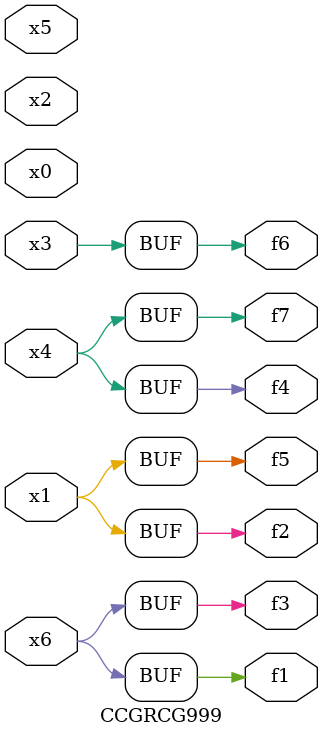
<source format=v>
module CCGRCG999(
	input x0, x1, x2, x3, x4, x5, x6,
	output f1, f2, f3, f4, f5, f6, f7
);
	assign f1 = x6;
	assign f2 = x1;
	assign f3 = x6;
	assign f4 = x4;
	assign f5 = x1;
	assign f6 = x3;
	assign f7 = x4;
endmodule

</source>
